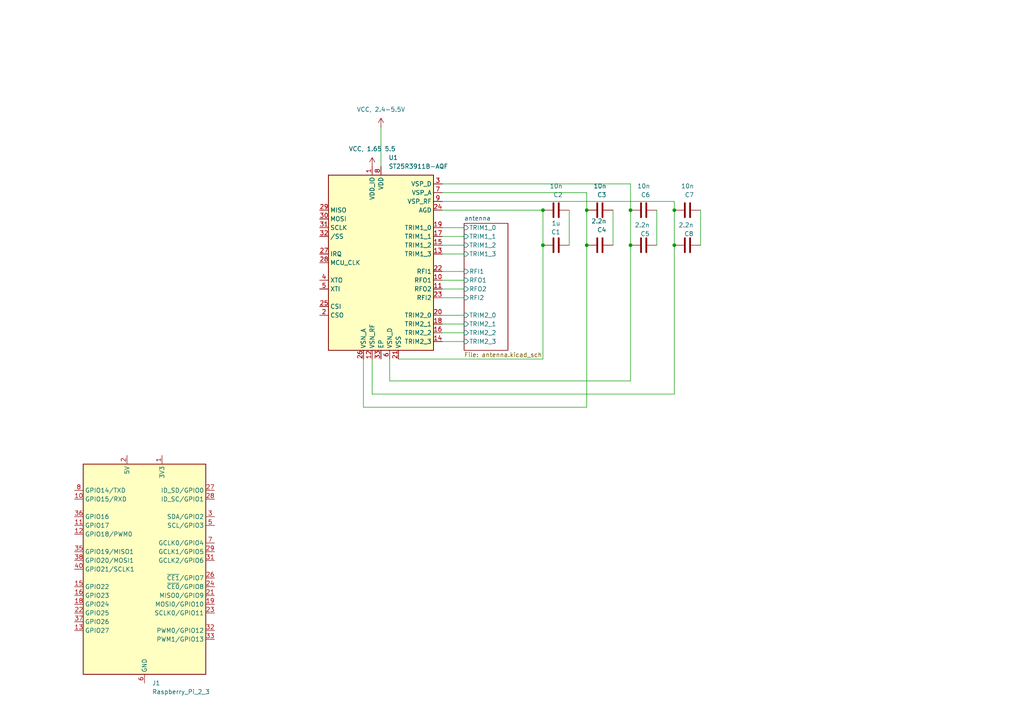
<source format=kicad_sch>
(kicad_sch (version 20231120) (generator "eeschema") (generator_version "8.0")
  (paper "A4")
  (lib_symbols
    (symbol "Connector:Raspberry_Pi_2_3"
      (property "Reference" "J" (at -17.78 31.75 0))
      (property "Value" "Raspberry_Pi_2_3" (at 10.16 -31.75 0))
      (symbol "Raspberry_Pi_2_3_0_1"
        (rectangle (start -17.78 30.48) (end 17.78 -30.48) (stroke (width 0.254)) (fill (type background)))
      )
      (symbol "Raspberry_Pi_2_3_1_1"
        (pin power_in line (at 5.08 33.02 270) (length 2.54) (name "3V3") (number "1"))
        (pin bidirectional line (at -20.32 20.32 0) (length 2.54) (name "GPIO15/RXD") (number "10"))
        (pin bidirectional line (at -20.32 12.7 0) (length 2.54) (name "GPIO17") (number "11"))
        (pin bidirectional line (at -20.32 10.16 0) (length 2.54) (name "GPIO18/PWM0") (number "12"))
        (pin bidirectional line (at -20.32 -17.78 0) (length 2.54) (name "GPIO27") (number "13"))
        (pin passive line (at 0 -33.02 90) (length 2.54) hide (name "GND") (number "14"))
        (pin bidirectional line (at -20.32 -5.08 0) (length 2.54) (name "GPIO22") (number "15"))
        (pin bidirectional line (at -20.32 -7.62 0) (length 2.54) (name "GPIO23") (number "16"))
        (pin passive line (at 5.08 33.02 270) (length 2.54) hide (name "3V3") (number "17"))
        (pin bidirectional line (at -20.32 -10.16 0) (length 2.54) (name "GPIO24") (number "18"))
        (pin bidirectional line (at 20.32 -10.16 180) (length 2.54) (name "MOSI0/GPIO10") (number "19"))
        (pin power_in line (at -5.08 33.02 270) (length 2.54) (name "5V") (number "2"))
        (pin passive line (at 0 -33.02 90) (length 2.54) hide (name "GND") (number "20"))
        (pin bidirectional line (at 20.32 -7.62 180) (length 2.54) (name "MISO0/GPIO9") (number "21"))
        (pin bidirectional line (at -20.32 -12.7 0) (length 2.54) (name "GPIO25") (number "22"))
        (pin bidirectional line (at 20.32 -12.7 180) (length 2.54) (name "SCLK0/GPIO11") (number "23"))
        (pin bidirectional line (at 20.32 -5.08 180) (length 2.54) (name "~{CE0}/GPIO8") (number "24"))
        (pin passive line (at 0 -33.02 90) (length 2.54) hide (name "GND") (number "25"))
        (pin bidirectional line (at 20.32 -2.54 180) (length 2.54) (name "~{CE1}/GPIO7") (number "26"))
        (pin bidirectional line (at 20.32 22.86 180) (length 2.54) (name "ID_SD/GPIO0") (number "27"))
        (pin bidirectional line (at 20.32 20.32 180) (length 2.54) (name "ID_SC/GPIO1") (number "28"))
        (pin bidirectional line (at 20.32 5.08 180) (length 2.54) (name "GCLK1/GPIO5") (number "29"))
        (pin bidirectional line (at 20.32 15.24 180) (length 2.54) (name "SDA/GPIO2") (number "3"))
        (pin passive line (at 0 -33.02 90) (length 2.54) hide (name "GND") (number "30"))
        (pin bidirectional line (at 20.32 2.54 180) (length 2.54) (name "GCLK2/GPIO6") (number "31"))
        (pin bidirectional line (at 20.32 -17.78 180) (length 2.54) (name "PWM0/GPIO12") (number "32"))
        (pin bidirectional line (at 20.32 -20.32 180) (length 2.54) (name "PWM1/GPIO13") (number "33"))
        (pin passive line (at 0 -33.02 90) (length 2.54) hide (name "GND") (number "34"))
        (pin bidirectional line (at -20.32 5.08 0) (length 2.54) (name "GPIO19/MISO1") (number "35"))
        (pin bidirectional line (at -20.32 15.24 0) (length 2.54) (name "GPIO16") (number "36"))
        (pin bidirectional line (at -20.32 -15.24 0) (length 2.54) (name "GPIO26") (number "37"))
        (pin bidirectional line (at -20.32 2.54 0) (length 2.54) (name "GPIO20/MOSI1") (number "38"))
        (pin passive line (at 0 -33.02 90) (length 2.54) hide (name "GND") (number "39"))
        (pin passive line (at -5.08 33.02 270) (length 2.54) hide (name "5V") (number "4"))
        (pin bidirectional line (at -20.32 0 0) (length 2.54) (name "GPIO21/SCLK1") (number "40"))
        (pin bidirectional line (at 20.32 12.7 180) (length 2.54) (name "SCL/GPIO3") (number "5"))
        (pin power_in line (at 0 -33.02 90) (length 2.54) (name "GND") (number "6"))
        (pin bidirectional line (at 20.32 7.62 180) (length 2.54) (name "GCLK0/GPIO4") (number "7"))
        (pin bidirectional line (at -20.32 22.86 0) (length 2.54) (name "GPIO14/TXD") (number "8"))
        (pin passive line (at 0 -33.02 90) (length 2.54) hide (name "GND") (number "9"))
      )
    )
    (symbol "Device:C" (pin_numbers hide) (pin_names (offset 0.254))
      (property "Reference" "C" (at 0.635 2.54 0))
      (property "Value" "C" (at 0.635 -2.54 0))
      (symbol "C_0_1"
        (polyline (pts (xy -2.032 -0.762) (xy 2.032 -0.762)) (stroke (width 0.508)))
        (polyline (pts (xy -2.032 0.762) (xy 2.032 0.762)) (stroke (width 0.508)))
      )
      (symbol "C_1_1"
        (pin passive line (at 0 3.81 270) (length 2.794) (name "~") (number "1"))
        (pin passive line (at 0 -3.81 90) (length 2.794) (name "~") (number "2"))
      )
    )
    (symbol "RF_NFC:ST25R3911B-AQF"
      (property "Reference" "U" (at -13.97 26.67 0))
      (property "Value" "ST25R3911B-AQF" (at 10.16 26.67 0))
      (symbol "ST25R3911B-AQF_0_1"
        (rectangle (start -15.24 25.4) (end 15.24 -25.4) (stroke (width 0.254)) (fill (type background)))
      )
      (symbol "ST25R3911B-AQF_1_1"
        (pin power_in line (at -2.54 27.94 270) (length 2.54) (name "VDD_IO") (number "1"))
        (pin output line (at 17.78 -5.08 180) (length 2.54) (name "RFO1") (number "10"))
        (pin output line (at 17.78 -7.62 180) (length 2.54) (name "RFO2") (number "11"))
        (pin power_in line (at -2.54 -27.94 90) (length 2.54) (name "VSN_RF") (number "12"))
        (pin passive line (at 17.78 2.54 180) (length 2.54) (name "TRIM1_3") (number "13"))
        (pin passive line (at 17.78 -22.86 180) (length 2.54) (name "TRIM2_3") (number "14"))
        (pin passive line (at 17.78 5.08 180) (length 2.54) (name "TRIM1_2") (number "15"))
        (pin passive line (at 17.78 -20.32 180) (length 2.54) (name "TRIM2_2") (number "16"))
        (pin passive line (at 17.78 7.62 180) (length 2.54) (name "TRIM1_1") (number "17"))
        (pin passive line (at 17.78 -17.78 180) (length 2.54) (name "TRIM2_1") (number "18"))
        (pin passive line (at 17.78 10.16 180) (length 2.54) (name "TRIM1_0") (number "19"))
        (pin output line (at -17.78 -15.24 0) (length 2.54) (name "CSO") (number "2"))
        (pin passive line (at 17.78 -15.24 180) (length 2.54) (name "TRIM2_0") (number "20"))
        (pin power_in line (at 5.08 -27.94 90) (length 2.54) (name "VSS") (number "21"))
        (pin passive line (at 17.78 -2.54 180) (length 2.54) (name "RFI1") (number "22"))
        (pin passive line (at 17.78 -10.16 180) (length 2.54) (name "RFI2") (number "23"))
        (pin passive line (at 17.78 15.24 180) (length 2.54) (name "AGD") (number "24"))
        (pin passive line (at -17.78 -12.7 0) (length 2.54) (name "CSI") (number "25"))
        (pin power_in line (at -5.08 -27.94 90) (length 2.54) (name "VSN_A") (number "26"))
        (pin output line (at -17.78 2.54 0) (length 2.54) (name "IRQ") (number "27"))
        (pin output line (at -17.78 0 0) (length 2.54) (name "MCU_CLK") (number "28"))
        (pin output line (at -17.78 15.24 0) (length 2.54) (name "MISO") (number "29"))
        (pin power_out line (at 17.78 22.86 180) (length 2.54) (name "VSP_D") (number "3"))
        (pin input line (at -17.78 12.7 0) (length 2.54) (name "MOSI") (number "30"))
        (pin input line (at -17.78 10.16 0) (length 2.54) (name "SCLK") (number "31"))
        (pin input line (at -17.78 7.62 0) (length 2.54) (name "/SS") (number "32"))
        (pin power_in line (at 0 -27.94 90) (length 2.54) (name "EP") (number "33"))
        (pin output line (at -17.78 -5.08 0) (length 2.54) (name "XTO") (number "4"))
        (pin passive line (at -17.78 -7.62 0) (length 2.54) (name "XTI") (number "5"))
        (pin power_in line (at 2.54 -27.94 90) (length 2.54) (name "VSN_D") (number "6"))
        (pin power_out line (at 17.78 20.32 180) (length 2.54) (name "VSP_A") (number "7"))
        (pin power_in line (at 0 27.94 270) (length 2.54) (name "VDD") (number "8"))
        (pin power_out line (at 17.78 17.78 180) (length 2.54) (name "VSP_RF") (number "9"))
      )
    )
    (symbol "power:VCC" (power) (pin_numbers hide) (pin_names (offset 0) hide)
      (property "Value" "VCC" (at 0 3.556 0))
      (symbol "VCC_0_1"
        (polyline (pts (xy -0.762 1.27) (xy 0 2.54)))
        (polyline (pts (xy 0 0) (xy 0 2.54)))
        (polyline (pts (xy 0 2.54) (xy 0.762 1.27)))
      )
      (symbol "VCC_1_1"
        (pin power_in line (at 0 0 90) (length 0) (name "~") (number "1"))
      )
    )
  )
  (junction (at 182.88 60.96))
  (junction (at 182.88 71.12))
  (junction (at 157.48 71.12))
  (junction (at 170.18 71.12))
  (junction (at 195.58 71.12))
  (junction (at 170.18 60.96))
  (junction (at 195.58 60.96))
  (junction (at 157.48 60.96))
  (wire (pts (xy 128.27 55.88) (xy 170.18 55.88)))
  (wire (pts (xy 170.18 55.88) (xy 170.18 60.96)))
  (wire (pts (xy 203.2 60.96) (xy 203.2 71.12)))
  (wire (pts (xy 128.27 83.82) (xy 134.62 83.82)))
  (wire (pts (xy 128.27 86.36) (xy 134.62 86.36)))
  (wire (pts (xy 113.03 110.49) (xy 182.88 110.49)))
  (wire (pts (xy 182.88 71.12) (xy 182.88 60.96)))
  (wire (pts (xy 157.48 71.12) (xy 157.48 104.14)))
  (wire (pts (xy 128.27 60.96) (xy 157.48 60.96)))
  (wire (pts (xy 165.1 71.12) (xy 165.1 60.96)))
  (wire (pts (xy 128.27 58.42) (xy 195.58 58.42)))
  (wire (pts (xy 170.18 71.12) (xy 170.18 118.11)))
  (wire (pts (xy 128.27 93.98) (xy 134.62 93.98)))
  (wire (pts (xy 157.48 104.14) (xy 115.57 104.14)))
  (wire (pts (xy 128.27 81.28) (xy 134.62 81.28)))
  (wire (pts (xy 177.8 71.12) (xy 177.8 60.96)))
  (wire (pts (xy 157.48 60.96) (xy 157.48 71.12)))
  (wire (pts (xy 190.5 71.12) (xy 190.5 60.96)))
  (wire (pts (xy 128.27 78.74) (xy 134.62 78.74)))
  (wire (pts (xy 182.88 71.12) (xy 182.88 110.49)))
  (wire (pts (xy 128.27 66.04) (xy 134.62 66.04)))
  (wire (pts (xy 195.58 58.42) (xy 195.58 60.96)))
  (wire (pts (xy 128.27 91.44) (xy 134.62 91.44)))
  (wire (pts (xy 107.95 104.14) (xy 107.95 114.3)))
  (wire (pts (xy 128.27 71.12) (xy 134.62 71.12)))
  (wire (pts (xy 113.03 110.49) (xy 113.03 104.14)))
  (wire (pts (xy 128.27 96.52) (xy 134.62 96.52)))
  (wire (pts (xy 110.49 36.83) (xy 110.49 48.26)))
  (wire (pts (xy 128.27 68.58) (xy 134.62 68.58)))
  (wire (pts (xy 107.95 114.3) (xy 195.58 114.3)))
  (wire (pts (xy 128.27 53.34) (xy 182.88 53.34)))
  (wire (pts (xy 105.41 104.14) (xy 105.41 118.11)))
  (wire (pts (xy 182.88 53.34) (xy 182.88 60.96)))
  (wire (pts (xy 128.27 73.66) (xy 134.62 73.66)))
  (wire (pts (xy 105.41 118.11) (xy 170.18 118.11)))
  (wire (pts (xy 195.58 114.3) (xy 195.58 71.12)))
  (wire (pts (xy 195.58 60.96) (xy 195.58 71.12)))
  (wire (pts (xy 128.27 99.06) (xy 134.62 99.06)))
  (wire (pts (xy 170.18 71.12) (xy 170.18 60.96)))
  (symbol (lib_id "power:VCC") (at 110.49 36.83 0) (unit 1)
    (property "Reference" "#PWR01" (effects (hide yes)))
    (property "Value" "VCC, 2.4-5.5V" (at 110.49 31.75 0))
    (property "Description" "Power symbol creates a global label with name \"VCC\"" (effects (hide yes)))
  )
  (symbol (lib_id "Device:C") (at 199.39 60.96 270) (unit 1)
    (property "Reference" "C7" (at 201.295 56.5151 90) (effects (justify right)))
    (property "Value" "10n" (at 201.295 53.9751 90) (effects (justify right)))
    (property "Description" "Unpolarized capacitor" (effects (hide yes)))
  )
  (symbol (lib_id "Device:C") (at 186.69 60.96 270) (unit 1)
    (property "Reference" "C6" (at 188.595 56.5151 90) (effects (justify right)))
    (property "Value" "10n" (at 188.595 53.9751 90) (effects (justify right)))
    (property "Description" "Unpolarized capacitor" (effects (hide yes)))
  )
  (symbol (lib_id "Device:C") (at 173.99 71.12 270) (unit 1)
    (property "Reference" "C4" (at 175.895 66.6751 90) (effects (justify right)))
    (property "Value" "2.2n" (at 175.895 64.1351 90) (effects (justify right)))
    (property "Description" "Unpolarized capacitor" (effects (hide yes)))
  )
  (symbol (lib_id "Connector:Raspberry_Pi_2_3") (at 41.91 165.1 0) (unit 1)
    (property "Reference" "J1" (at 44.1041 198.12 0) (effects (justify left)))
    (property "Value" "Raspberry_Pi_2_3" (at 44.1041 200.66 0) (effects (justify left)))
    (property "Datasheet" "https://www.raspberrypi.org/documentation/hardware/raspberrypi/schematics/rpi_SCH_3bplus_1p0_reduced.pdf" (effects (hide yes)))
    (property "Description" "expansion header for Raspberry Pi 2 & 3" (effects (hide yes)))
  )
  (symbol (lib_id "Device:C") (at 199.39 71.12 270) (unit 1)
    (property "Reference" "C8" (at 201.168 67.818 90) (effects (justify right)))
    (property "Value" "2.2n" (at 201.168 65.278 90) (effects (justify right)))
    (property "Description" "Unpolarized capacitor" (effects (hide yes)))
  )
  (symbol (lib_id "RF_NFC:ST25R3911B-AQF") (at 110.49 76.2 0) (unit 1)
    (property "Reference" "U1" (at 112.6841 45.72 0) (effects (justify left)))
    (property "Value" "ST25R3911B-AQF" (at 112.6841 48.26 0) (effects (justify left)))
    (property "Footprint" "Package_DFN_QFN:QFN-32-1EP_5x5mm_P0.5mm_EP3.6x3.6mm_ThermalVias" (effects (hide yes)))
    (property "Datasheet" "https://www.st.com/resource/en/datasheet/st25r3911b.pdf" (effects (hide yes)))
    (property "Description" "High performance HR reader/NFC initiator with 1.4W supporting VHBR and AAT, QFN32" (effects (hide yes)))
  )
  (symbol (lib_id "Device:C") (at 173.99 60.96 270) (unit 1)
    (property "Reference" "C3" (at 175.895 56.5151 90) (effects (justify right)))
    (property "Value" "10n" (at 175.895 53.9751 90) (effects (justify right)))
    (property "Description" "Unpolarized capacitor" (effects (hide yes)))
  )
  (symbol (lib_id "Device:C") (at 161.29 71.12 270) (unit 1)
    (property "Reference" "C1" (at 162.56 67.3101 90) (effects (justify right)))
    (property "Value" "1u" (at 162.56 64.7701 90) (effects (justify right)))
    (property "Description" "Unpolarized capacitor" (effects (hide yes)))
  )
  (symbol (lib_id "power:VCC") (at 107.95 48.26 0) (unit 1)
    (property "Reference" "#PWR02" (effects (hide yes)))
    (property "Value" "VCC, 1.65 5.5" (at 107.95 43.18 0))
    (property "Description" "Power symbol creates a global label with name \"VCC\"" (effects (hide yes)))
  )
  (symbol (lib_id "Device:C") (at 186.69 71.12 270) (unit 1)
    (property "Reference" "C5" (at 188.468 67.818 90) (effects (justify right)))
    (property "Value" "2.2n" (at 188.468 65.278 90) (effects (justify right)))
    (property "Description" "Unpolarized capacitor" (effects (hide yes)))
  )
  (symbol (lib_id "Device:C") (at 161.29 60.96 270) (unit 1)
    (property "Reference" "C2" (at 163.195 56.5151 90) (effects (justify right)))
    (property "Value" "10n" (at 163.195 53.9751 90) (effects (justify right)))
    (property "Description" "Unpolarized capacitor" (effects (hide yes)))
  )
  (sheet (at 134.62 64.77) (size 12.7 36.83) (stroke (width 0.1524))
    (property "Sheetname" "antenna" (at 134.62 64.0584 0) (effects (justify left bottom)))
    (property "Sheetfile" "antenna.kicad_sch" (at 134.62 102.1846 0) (effects (justify left top)))
    (pin "RFI2" input (at 134.62 86.36 180))
    (pin "TRIM2_1" input (at 134.62 93.98 180))
    (pin "TRIM2_2" input (at 134.62 96.52 180))
    (pin "TRIM2_0" input (at 134.62 91.44 180))
    (pin "TRIM2_3" input (at 134.62 99.06 180))
    (pin "RFO2" input (at 134.62 83.82 180))
    (pin "RFO1" input (at 134.62 81.28 180))
    (pin "RFI1" input (at 134.62 78.74 180))
    (pin "TRIM1_3" input (at 134.62 73.66 180))
    (pin "TRIM1_0" input (at 134.62 66.04 180))
    (pin "TRIM1_2" input (at 134.62 71.12 180))
    (pin "TRIM1_1" input (at 134.62 68.58 180))
  )
)
</source>
